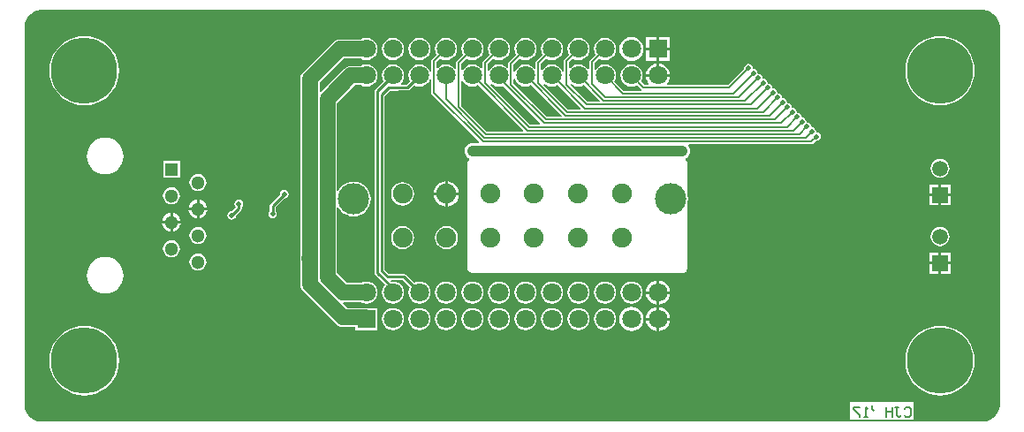
<source format=gbl>
G04 Layer_Physical_Order=2*
G04 Layer_Color=16711680*
%FSLAX25Y25*%
%MOIN*%
G70*
G01*
G75*
%ADD11C,0.01000*%
%ADD12C,0.06000*%
%ADD13C,0.00800*%
%ADD14C,0.00700*%
%ADD15C,0.25000*%
%ADD16C,0.05118*%
%ADD17R,0.05118X0.05118*%
%ADD18C,0.07087*%
%ADD19R,0.07087X0.07087*%
%ADD20C,0.11811*%
%ADD21C,0.07480*%
%ADD22C,0.05905*%
%ADD23R,0.05905X0.05905*%
%ADD24C,0.02000*%
%ADD25C,0.03600*%
%ADD26C,0.04000*%
%ADD27C,0.04000*%
G36*
X179165Y77457D02*
X180412Y76941D01*
X181535Y76190D01*
X182490Y75236D01*
X183240Y74113D01*
X183756Y72865D01*
X184020Y71541D01*
Y70866D01*
Y-70866D01*
Y-71541D01*
X183756Y-72865D01*
X183240Y-74113D01*
X182490Y-75236D01*
X181535Y-76190D01*
X180412Y-76941D01*
X179165Y-77457D01*
X177840Y-77721D01*
X-177840D01*
X-179165Y-77457D01*
X-180412Y-76941D01*
X-181535Y-76190D01*
X-182490Y-75236D01*
X-183240Y-74113D01*
X-183756Y-72865D01*
X-184020Y-71541D01*
Y-70866D01*
Y70866D01*
Y71541D01*
X-183756Y72865D01*
X-183240Y74113D01*
X-182490Y75236D01*
X-181535Y76190D01*
X-180412Y76941D01*
X-179165Y77457D01*
X-177840Y77721D01*
X177840D01*
X179165Y77457D01*
D02*
G37*
%LPC*%
G36*
X45000Y-24797D02*
X43918Y-24940D01*
X42911Y-25357D01*
X42045Y-26021D01*
X41381Y-26887D01*
X40963Y-27895D01*
X40821Y-28976D01*
X40963Y-30058D01*
X41381Y-31066D01*
X42045Y-31931D01*
X42911Y-32596D01*
X43918Y-33013D01*
X45000Y-33155D01*
X46082Y-33013D01*
X47089Y-32596D01*
X47955Y-31931D01*
X48619Y-31066D01*
X49037Y-30058D01*
X49179Y-28976D01*
X49037Y-27895D01*
X48619Y-26887D01*
X47955Y-26021D01*
X47089Y-25357D01*
X46082Y-24940D01*
X45000Y-24797D01*
D02*
G37*
G36*
X35000D02*
X33918Y-24940D01*
X32910Y-25357D01*
X32045Y-26021D01*
X31381Y-26887D01*
X30963Y-27895D01*
X30821Y-28976D01*
X30963Y-30058D01*
X31381Y-31066D01*
X32045Y-31931D01*
X32910Y-32596D01*
X33918Y-33013D01*
X35000Y-33155D01*
X36082Y-33013D01*
X37089Y-32596D01*
X37955Y-31931D01*
X38619Y-31066D01*
X39037Y-30058D01*
X39179Y-28976D01*
X39037Y-27895D01*
X38619Y-26887D01*
X37955Y-26021D01*
X37089Y-25357D01*
X36082Y-24940D01*
X35000Y-24797D01*
D02*
G37*
G36*
X-153543Y-15571D02*
X-154896Y-15705D01*
X-156196Y-16099D01*
X-157395Y-16740D01*
X-158445Y-17602D01*
X-159308Y-18652D01*
X-159948Y-19851D01*
X-160343Y-21151D01*
X-160476Y-22504D01*
X-160343Y-23856D01*
X-159948Y-25157D01*
X-159308Y-26355D01*
X-158445Y-27406D01*
X-157395Y-28268D01*
X-156196Y-28909D01*
X-154896Y-29303D01*
X-153543Y-29436D01*
X-152191Y-29303D01*
X-150890Y-28909D01*
X-149692Y-28268D01*
X-148641Y-27406D01*
X-147779Y-26355D01*
X-147138Y-25157D01*
X-146744Y-23856D01*
X-146611Y-22504D01*
X-146744Y-21151D01*
X-147138Y-19851D01*
X-147779Y-18652D01*
X-148641Y-17602D01*
X-149692Y-16740D01*
X-150890Y-16099D01*
X-152191Y-15705D01*
X-153543Y-15571D01*
D02*
G37*
G36*
X55500Y-24460D02*
Y-28476D01*
X59517D01*
X59426Y-27790D01*
X58969Y-26685D01*
X58240Y-25736D01*
X57291Y-25008D01*
X56186Y-24550D01*
X55500Y-24460D01*
D02*
G37*
G36*
X54500D02*
X53814Y-24550D01*
X52709Y-25008D01*
X51760Y-25736D01*
X51031Y-26685D01*
X50574Y-27790D01*
X50483Y-28476D01*
X54500D01*
Y-24460D01*
D02*
G37*
G36*
X-5000Y-24797D02*
X-6082Y-24940D01*
X-7090Y-25357D01*
X-7955Y-26021D01*
X-8619Y-26887D01*
X-9037Y-27895D01*
X-9179Y-28976D01*
X-9037Y-30058D01*
X-8619Y-31066D01*
X-7955Y-31931D01*
X-7090Y-32596D01*
X-6082Y-33013D01*
X-5000Y-33155D01*
X-3918Y-33013D01*
X-2911Y-32596D01*
X-2045Y-31931D01*
X-1381Y-31066D01*
X-963Y-30058D01*
X-821Y-28976D01*
X-963Y-27895D01*
X-1381Y-26887D01*
X-2045Y-26021D01*
X-2911Y-25357D01*
X-3918Y-24940D01*
X-5000Y-24797D01*
D02*
G37*
G36*
X-15000D02*
X-16082Y-24940D01*
X-17089Y-25357D01*
X-17955Y-26021D01*
X-18619Y-26887D01*
X-19037Y-27895D01*
X-19179Y-28976D01*
X-19037Y-30058D01*
X-18619Y-31066D01*
X-17955Y-31931D01*
X-17089Y-32596D01*
X-16082Y-33013D01*
X-15000Y-33155D01*
X-13918Y-33013D01*
X-12911Y-32596D01*
X-12045Y-31931D01*
X-11381Y-31066D01*
X-10963Y-30058D01*
X-10821Y-28976D01*
X-10963Y-27895D01*
X-11381Y-26887D01*
X-12045Y-26021D01*
X-12911Y-25357D01*
X-13918Y-24940D01*
X-15000Y-24797D01*
D02*
G37*
G36*
X5000D02*
X3918Y-24940D01*
X2911Y-25357D01*
X2045Y-26021D01*
X1381Y-26887D01*
X963Y-27895D01*
X821Y-28976D01*
X963Y-30058D01*
X1381Y-31066D01*
X2045Y-31931D01*
X2911Y-32596D01*
X3918Y-33013D01*
X5000Y-33155D01*
X6082Y-33013D01*
X7090Y-32596D01*
X7955Y-31931D01*
X8619Y-31066D01*
X9037Y-30058D01*
X9179Y-28976D01*
X9037Y-27895D01*
X8619Y-26887D01*
X7955Y-26021D01*
X7090Y-25357D01*
X6082Y-24940D01*
X5000Y-24797D01*
D02*
G37*
G36*
X25000D02*
X23918Y-24940D01*
X22910Y-25357D01*
X22045Y-26021D01*
X21381Y-26887D01*
X20963Y-27895D01*
X20821Y-28976D01*
X20963Y-30058D01*
X21381Y-31066D01*
X22045Y-31931D01*
X22910Y-32596D01*
X23918Y-33013D01*
X25000Y-33155D01*
X26082Y-33013D01*
X27090Y-32596D01*
X27955Y-31931D01*
X28619Y-31066D01*
X29037Y-30058D01*
X29179Y-28976D01*
X29037Y-27895D01*
X28619Y-26887D01*
X27955Y-26021D01*
X27090Y-25357D01*
X26082Y-24940D01*
X25000Y-24797D01*
D02*
G37*
G36*
X15000D02*
X13918Y-24940D01*
X12911Y-25357D01*
X12045Y-26021D01*
X11381Y-26887D01*
X10963Y-27895D01*
X10821Y-28976D01*
X10963Y-30058D01*
X11381Y-31066D01*
X12045Y-31931D01*
X12911Y-32596D01*
X13918Y-33013D01*
X15000Y-33155D01*
X16082Y-33013D01*
X17089Y-32596D01*
X17955Y-31931D01*
X18619Y-31066D01*
X19037Y-30058D01*
X19179Y-28976D01*
X19037Y-27895D01*
X18619Y-26887D01*
X17955Y-26021D01*
X17089Y-25357D01*
X16082Y-24940D01*
X15000Y-24797D01*
D02*
G37*
G36*
X-41339Y-3890D02*
X-42472Y-4039D01*
X-43527Y-4477D01*
X-44434Y-5172D01*
X-45130Y-6079D01*
X-45567Y-7135D01*
X-45716Y-8268D01*
X-45567Y-9401D01*
X-45130Y-10457D01*
X-44434Y-11363D01*
X-43527Y-12059D01*
X-42472Y-12496D01*
X-41339Y-12645D01*
X-40206Y-12496D01*
X-39150Y-12059D01*
X-38243Y-11363D01*
X-37547Y-10457D01*
X-37110Y-9401D01*
X-36961Y-8268D01*
X-37110Y-7135D01*
X-37547Y-6079D01*
X-38243Y-5172D01*
X-39150Y-4477D01*
X-40206Y-4039D01*
X-41339Y-3890D01*
D02*
G37*
G36*
X-128543Y-9318D02*
X-129368Y-9426D01*
X-130137Y-9745D01*
X-130796Y-10251D01*
X-131303Y-10911D01*
X-131621Y-11679D01*
X-131730Y-12504D01*
X-131621Y-13329D01*
X-131303Y-14097D01*
X-130796Y-14757D01*
X-130137Y-15263D01*
X-129368Y-15582D01*
X-128543Y-15690D01*
X-127719Y-15582D01*
X-126950Y-15263D01*
X-126290Y-14757D01*
X-125784Y-14097D01*
X-125466Y-13329D01*
X-125357Y-12504D01*
X-125466Y-11679D01*
X-125784Y-10911D01*
X-126290Y-10251D01*
X-126950Y-9745D01*
X-127719Y-9426D01*
X-128543Y-9318D01*
D02*
G37*
G36*
X-24803Y-3890D02*
X-25936Y-4039D01*
X-26992Y-4477D01*
X-27899Y-5172D01*
X-28594Y-6079D01*
X-29032Y-7135D01*
X-29181Y-8268D01*
X-29032Y-9401D01*
X-28594Y-10457D01*
X-27899Y-11363D01*
X-26992Y-12059D01*
X-25936Y-12496D01*
X-24803Y-12645D01*
X-23670Y-12496D01*
X-22614Y-12059D01*
X-21708Y-11363D01*
X-21012Y-10457D01*
X-20575Y-9401D01*
X-20426Y-8268D01*
X-20575Y-7135D01*
X-21012Y-6079D01*
X-21708Y-5172D01*
X-22614Y-4477D01*
X-23670Y-4039D01*
X-24803Y-3890D01*
D02*
G37*
G36*
X-118543Y-4318D02*
X-119368Y-4426D01*
X-120136Y-4744D01*
X-120796Y-5251D01*
X-121303Y-5911D01*
X-121621Y-6679D01*
X-121730Y-7504D01*
X-121621Y-8329D01*
X-121303Y-9097D01*
X-120796Y-9757D01*
X-120136Y-10263D01*
X-119368Y-10582D01*
X-118543Y-10690D01*
X-117719Y-10582D01*
X-116950Y-10263D01*
X-116290Y-9757D01*
X-115784Y-9097D01*
X-115466Y-8329D01*
X-115357Y-7504D01*
X-115466Y-6679D01*
X-115784Y-5911D01*
X-116290Y-5251D01*
X-116950Y-4744D01*
X-117719Y-4426D01*
X-118543Y-4318D01*
D02*
G37*
G36*
X161417Y-4291D02*
X160490Y-4413D01*
X159626Y-4771D01*
X158884Y-5340D01*
X158314Y-6082D01*
X157956Y-6947D01*
X157834Y-7874D01*
X157956Y-8801D01*
X158314Y-9666D01*
X158884Y-10408D01*
X159626Y-10977D01*
X160490Y-11335D01*
X161417Y-11457D01*
X162345Y-11335D01*
X163209Y-10977D01*
X163951Y-10408D01*
X164521Y-9666D01*
X164879Y-8801D01*
X165001Y-7874D01*
X164879Y-6947D01*
X164521Y-6082D01*
X163951Y-5340D01*
X163209Y-4771D01*
X162345Y-4413D01*
X161417Y-4291D01*
D02*
G37*
G36*
X165370Y-18374D02*
X161917D01*
Y-21827D01*
X165370D01*
Y-18374D01*
D02*
G37*
G36*
X160917D02*
X157465D01*
Y-21827D01*
X160917D01*
Y-18374D01*
D02*
G37*
G36*
X-118543Y-14318D02*
X-119368Y-14426D01*
X-120136Y-14744D01*
X-120796Y-15251D01*
X-121303Y-15911D01*
X-121621Y-16679D01*
X-121730Y-17504D01*
X-121621Y-18329D01*
X-121303Y-19097D01*
X-120796Y-19757D01*
X-120136Y-20263D01*
X-119368Y-20582D01*
X-118543Y-20690D01*
X-117719Y-20582D01*
X-116950Y-20263D01*
X-116290Y-19757D01*
X-115784Y-19097D01*
X-115466Y-18329D01*
X-115357Y-17504D01*
X-115466Y-16679D01*
X-115784Y-15911D01*
X-116290Y-15251D01*
X-116950Y-14744D01*
X-117719Y-14426D01*
X-118543Y-14318D01*
D02*
G37*
G36*
X165370Y-13921D02*
X161917D01*
Y-17374D01*
X165370D01*
Y-13921D01*
D02*
G37*
G36*
X160917D02*
X157465D01*
Y-17374D01*
X160917D01*
Y-13921D01*
D02*
G37*
G36*
X-45000Y-34797D02*
X-46082Y-34940D01*
X-47089Y-35357D01*
X-47955Y-36021D01*
X-48619Y-36887D01*
X-49037Y-37895D01*
X-49179Y-38976D01*
X-49037Y-40058D01*
X-48619Y-41066D01*
X-47955Y-41931D01*
X-47089Y-42595D01*
X-46082Y-43013D01*
X-45000Y-43155D01*
X-43918Y-43013D01*
X-42911Y-42595D01*
X-42045Y-41931D01*
X-41381Y-41066D01*
X-40963Y-40058D01*
X-40821Y-38976D01*
X-40963Y-37895D01*
X-41381Y-36887D01*
X-42045Y-36021D01*
X-42911Y-35357D01*
X-43918Y-34940D01*
X-45000Y-34797D01*
D02*
G37*
G36*
X59517Y-39476D02*
X55500D01*
Y-43493D01*
X56186Y-43403D01*
X57291Y-42945D01*
X58240Y-42217D01*
X58969Y-41268D01*
X59426Y-40162D01*
X59517Y-39476D01*
D02*
G37*
G36*
X-35000Y-34797D02*
X-36082Y-34940D01*
X-37089Y-35357D01*
X-37955Y-36021D01*
X-38619Y-36887D01*
X-39037Y-37895D01*
X-39179Y-38976D01*
X-39037Y-40058D01*
X-38619Y-41066D01*
X-37955Y-41931D01*
X-37089Y-42595D01*
X-36082Y-43013D01*
X-35000Y-43155D01*
X-33918Y-43013D01*
X-32910Y-42595D01*
X-32045Y-41931D01*
X-31381Y-41066D01*
X-30963Y-40058D01*
X-30821Y-38976D01*
X-30963Y-37895D01*
X-31381Y-36887D01*
X-32045Y-36021D01*
X-32910Y-35357D01*
X-33918Y-34940D01*
X-35000Y-34797D01*
D02*
G37*
G36*
X-15000D02*
X-16082Y-34940D01*
X-17089Y-35357D01*
X-17955Y-36021D01*
X-18619Y-36887D01*
X-19037Y-37895D01*
X-19179Y-38976D01*
X-19037Y-40058D01*
X-18619Y-41066D01*
X-17955Y-41931D01*
X-17089Y-42595D01*
X-16082Y-43013D01*
X-15000Y-43155D01*
X-13918Y-43013D01*
X-12911Y-42595D01*
X-12045Y-41931D01*
X-11381Y-41066D01*
X-10963Y-40058D01*
X-10821Y-38976D01*
X-10963Y-37895D01*
X-11381Y-36887D01*
X-12045Y-36021D01*
X-12911Y-35357D01*
X-13918Y-34940D01*
X-15000Y-34797D01*
D02*
G37*
G36*
X-25000D02*
X-26082Y-34940D01*
X-27090Y-35357D01*
X-27955Y-36021D01*
X-28619Y-36887D01*
X-29037Y-37895D01*
X-29179Y-38976D01*
X-29037Y-40058D01*
X-28619Y-41066D01*
X-27955Y-41931D01*
X-27090Y-42595D01*
X-26082Y-43013D01*
X-25000Y-43155D01*
X-23918Y-43013D01*
X-22910Y-42595D01*
X-22045Y-41931D01*
X-21381Y-41066D01*
X-20963Y-40058D01*
X-20821Y-38976D01*
X-20963Y-37895D01*
X-21381Y-36887D01*
X-22045Y-36021D01*
X-22910Y-35357D01*
X-23918Y-34940D01*
X-25000Y-34797D01*
D02*
G37*
G36*
X-161417Y-41584D02*
X-163473Y-41746D01*
X-165478Y-42227D01*
X-167383Y-43016D01*
X-169141Y-44093D01*
X-170709Y-45433D01*
X-172048Y-47001D01*
X-173126Y-48759D01*
X-173915Y-50664D01*
X-174396Y-52669D01*
X-174558Y-54724D01*
X-174396Y-56780D01*
X-173915Y-58785D01*
X-173126Y-60690D01*
X-172048Y-62448D01*
X-170709Y-64016D01*
X-169141Y-65355D01*
X-167383Y-66433D01*
X-165478Y-67222D01*
X-163473Y-67703D01*
X-161417Y-67865D01*
X-159362Y-67703D01*
X-157357Y-67222D01*
X-155452Y-66433D01*
X-153693Y-65355D01*
X-152126Y-64016D01*
X-150786Y-62448D01*
X-149709Y-60690D01*
X-148920Y-58785D01*
X-148439Y-56780D01*
X-148277Y-54724D01*
X-148439Y-52669D01*
X-148920Y-50664D01*
X-149709Y-48759D01*
X-150786Y-47001D01*
X-152126Y-45433D01*
X-153693Y-44093D01*
X-155452Y-43016D01*
X-157357Y-42227D01*
X-159362Y-41746D01*
X-161417Y-41584D01*
D02*
G37*
G36*
X151584Y-70414D02*
X127408D01*
Y-77096D01*
X151584D01*
Y-70414D01*
D02*
G37*
G36*
X161417Y-41584D02*
X159362Y-41746D01*
X157357Y-42227D01*
X155452Y-43016D01*
X153693Y-44093D01*
X152126Y-45433D01*
X150786Y-47001D01*
X149709Y-48759D01*
X148920Y-50664D01*
X148439Y-52669D01*
X148277Y-54724D01*
X148439Y-56780D01*
X148920Y-58785D01*
X149709Y-60690D01*
X150786Y-62448D01*
X152126Y-64016D01*
X153693Y-65355D01*
X155452Y-66433D01*
X157357Y-67222D01*
X159362Y-67703D01*
X161417Y-67865D01*
X163473Y-67703D01*
X165478Y-67222D01*
X167383Y-66433D01*
X169141Y-65355D01*
X170709Y-64016D01*
X172048Y-62448D01*
X173126Y-60690D01*
X173915Y-58785D01*
X174396Y-56780D01*
X174558Y-54724D01*
X174396Y-52669D01*
X173915Y-50664D01*
X173126Y-48759D01*
X172048Y-47001D01*
X170709Y-45433D01*
X169141Y-44093D01*
X167383Y-43016D01*
X165478Y-42227D01*
X163473Y-41746D01*
X161417Y-41584D01*
D02*
G37*
G36*
X54500Y-39476D02*
X50483D01*
X50574Y-40162D01*
X51031Y-41268D01*
X51760Y-42217D01*
X52709Y-42945D01*
X53814Y-43403D01*
X54500Y-43493D01*
Y-39476D01*
D02*
G37*
G36*
X45000Y-34394D02*
X43814Y-34550D01*
X42709Y-35008D01*
X41760Y-35736D01*
X41031Y-36685D01*
X40574Y-37790D01*
X40418Y-38976D01*
X40574Y-40162D01*
X41031Y-41268D01*
X41760Y-42217D01*
X42709Y-42945D01*
X43814Y-43403D01*
X45000Y-43559D01*
X46186Y-43403D01*
X47291Y-42945D01*
X48240Y-42217D01*
X48969Y-41268D01*
X49426Y-40162D01*
X49582Y-38976D01*
X49426Y-37790D01*
X48969Y-36685D01*
X48240Y-35736D01*
X47291Y-35008D01*
X46186Y-34550D01*
X45000Y-34394D01*
D02*
G37*
G36*
X55500Y-34460D02*
Y-38476D01*
X59517D01*
X59426Y-37790D01*
X58969Y-36685D01*
X58240Y-35736D01*
X57291Y-35008D01*
X56186Y-34550D01*
X55500Y-34460D01*
D02*
G37*
G36*
X54500D02*
X53814Y-34550D01*
X52709Y-35008D01*
X51760Y-35736D01*
X51031Y-36685D01*
X50574Y-37790D01*
X50483Y-38476D01*
X54500D01*
Y-34460D01*
D02*
G37*
G36*
Y-29476D02*
X50483D01*
X50574Y-30162D01*
X51031Y-31268D01*
X51760Y-32217D01*
X52709Y-32945D01*
X53814Y-33403D01*
X54500Y-33493D01*
Y-29476D01*
D02*
G37*
G36*
X-25000Y-24797D02*
X-26082Y-24940D01*
X-27090Y-25357D01*
X-27955Y-26021D01*
X-28619Y-26887D01*
X-29037Y-27895D01*
X-29179Y-28976D01*
X-29037Y-30058D01*
X-28619Y-31066D01*
X-27955Y-31931D01*
X-27090Y-32596D01*
X-26082Y-33013D01*
X-25000Y-33155D01*
X-23918Y-33013D01*
X-22910Y-32596D01*
X-22045Y-31931D01*
X-21381Y-31066D01*
X-20963Y-30058D01*
X-20821Y-28976D01*
X-20963Y-27895D01*
X-21381Y-26887D01*
X-22045Y-26021D01*
X-22910Y-25357D01*
X-23918Y-24940D01*
X-25000Y-24797D01*
D02*
G37*
G36*
X59517Y-29476D02*
X55500D01*
Y-33493D01*
X56186Y-33403D01*
X57291Y-32945D01*
X58240Y-32217D01*
X58969Y-31268D01*
X59426Y-30162D01*
X59517Y-29476D01*
D02*
G37*
G36*
X5000Y-34797D02*
X3918Y-34940D01*
X2911Y-35357D01*
X2045Y-36021D01*
X1381Y-36887D01*
X963Y-37895D01*
X821Y-38976D01*
X963Y-40058D01*
X1381Y-41066D01*
X2045Y-41931D01*
X2911Y-42595D01*
X3918Y-43013D01*
X5000Y-43155D01*
X6082Y-43013D01*
X7090Y-42595D01*
X7955Y-41931D01*
X8619Y-41066D01*
X9037Y-40058D01*
X9179Y-38976D01*
X9037Y-37895D01*
X8619Y-36887D01*
X7955Y-36021D01*
X7090Y-35357D01*
X6082Y-34940D01*
X5000Y-34797D01*
D02*
G37*
G36*
X-5000D02*
X-6082Y-34940D01*
X-7090Y-35357D01*
X-7955Y-36021D01*
X-8619Y-36887D01*
X-9037Y-37895D01*
X-9179Y-38976D01*
X-9037Y-40058D01*
X-8619Y-41066D01*
X-7955Y-41931D01*
X-7090Y-42595D01*
X-6082Y-43013D01*
X-5000Y-43155D01*
X-3918Y-43013D01*
X-2911Y-42595D01*
X-2045Y-41931D01*
X-1381Y-41066D01*
X-963Y-40058D01*
X-821Y-38976D01*
X-963Y-37895D01*
X-1381Y-36887D01*
X-2045Y-36021D01*
X-2911Y-35357D01*
X-3918Y-34940D01*
X-5000Y-34797D01*
D02*
G37*
G36*
X15000D02*
X13918Y-34940D01*
X12911Y-35357D01*
X12045Y-36021D01*
X11381Y-36887D01*
X10963Y-37895D01*
X10821Y-38976D01*
X10963Y-40058D01*
X11381Y-41066D01*
X12045Y-41931D01*
X12911Y-42595D01*
X13918Y-43013D01*
X15000Y-43155D01*
X16082Y-43013D01*
X17089Y-42595D01*
X17955Y-41931D01*
X18619Y-41066D01*
X19037Y-40058D01*
X19179Y-38976D01*
X19037Y-37895D01*
X18619Y-36887D01*
X17955Y-36021D01*
X17089Y-35357D01*
X16082Y-34940D01*
X15000Y-34797D01*
D02*
G37*
G36*
X35000D02*
X33918Y-34940D01*
X32910Y-35357D01*
X32045Y-36021D01*
X31381Y-36887D01*
X30963Y-37895D01*
X30821Y-38976D01*
X30963Y-40058D01*
X31381Y-41066D01*
X32045Y-41931D01*
X32910Y-42595D01*
X33918Y-43013D01*
X35000Y-43155D01*
X36082Y-43013D01*
X37089Y-42595D01*
X37955Y-41931D01*
X38619Y-41066D01*
X39037Y-40058D01*
X39179Y-38976D01*
X39037Y-37895D01*
X38619Y-36887D01*
X37955Y-36021D01*
X37089Y-35357D01*
X36082Y-34940D01*
X35000Y-34797D01*
D02*
G37*
G36*
X25000D02*
X23918Y-34940D01*
X22910Y-35357D01*
X22045Y-36021D01*
X21381Y-36887D01*
X20963Y-37895D01*
X20821Y-38976D01*
X20963Y-40058D01*
X21381Y-41066D01*
X22045Y-41931D01*
X22910Y-42595D01*
X23918Y-43013D01*
X25000Y-43155D01*
X26082Y-43013D01*
X27090Y-42595D01*
X27955Y-41931D01*
X28619Y-41066D01*
X29037Y-40058D01*
X29179Y-38976D01*
X29037Y-37895D01*
X28619Y-36887D01*
X27955Y-36021D01*
X27090Y-35357D01*
X26082Y-34940D01*
X25000Y-34797D01*
D02*
G37*
G36*
X-125019Y-3004D02*
X-128043D01*
Y-6028D01*
X-127614Y-5971D01*
X-126748Y-5613D01*
X-126005Y-5042D01*
X-125435Y-4299D01*
X-125076Y-3433D01*
X-125019Y-3004D01*
D02*
G37*
G36*
X161417Y67865D02*
X159362Y67703D01*
X157357Y67222D01*
X155452Y66433D01*
X153693Y65355D01*
X152126Y64016D01*
X150786Y62448D01*
X149709Y60690D01*
X148920Y58785D01*
X148439Y56780D01*
X148277Y54724D01*
X148439Y52669D01*
X148920Y50664D01*
X149709Y48759D01*
X150786Y47001D01*
X152126Y45433D01*
X153693Y44093D01*
X155452Y43016D01*
X157357Y42227D01*
X159362Y41746D01*
X161417Y41584D01*
X163473Y41746D01*
X165478Y42227D01*
X167383Y43016D01*
X169141Y44093D01*
X170709Y45433D01*
X172048Y47001D01*
X173126Y48759D01*
X173915Y50664D01*
X174396Y52669D01*
X174558Y54724D01*
X174396Y56780D01*
X173915Y58785D01*
X173126Y60690D01*
X172048Y62448D01*
X170709Y64016D01*
X169141Y65355D01*
X167383Y66433D01*
X165478Y67222D01*
X163473Y67703D01*
X161417Y67865D01*
D02*
G37*
G36*
X-161417D02*
X-163473Y67703D01*
X-165478Y67222D01*
X-167383Y66433D01*
X-169141Y65355D01*
X-170709Y64016D01*
X-172048Y62448D01*
X-173126Y60690D01*
X-173915Y58785D01*
X-174396Y56780D01*
X-174558Y54724D01*
X-174396Y52669D01*
X-173915Y50664D01*
X-173126Y48759D01*
X-172048Y47001D01*
X-170709Y45433D01*
X-169141Y44093D01*
X-167383Y43016D01*
X-165478Y42227D01*
X-163473Y41746D01*
X-161417Y41584D01*
X-159362Y41746D01*
X-157357Y42227D01*
X-155452Y43016D01*
X-153693Y44093D01*
X-152126Y45433D01*
X-150786Y47001D01*
X-149709Y48759D01*
X-148920Y50664D01*
X-148439Y52669D01*
X-148277Y54724D01*
X-148439Y56780D01*
X-148920Y58785D01*
X-149709Y60690D01*
X-150786Y62448D01*
X-152126Y64016D01*
X-153693Y65355D01*
X-155452Y66433D01*
X-157357Y67222D01*
X-159362Y67703D01*
X-161417Y67865D01*
D02*
G37*
G36*
X55500Y57430D02*
Y53413D01*
X59517D01*
X59426Y54099D01*
X58969Y55205D01*
X58240Y56154D01*
X57291Y56882D01*
X56186Y57340D01*
X55500Y57430D01*
D02*
G37*
G36*
X54500D02*
X53814Y57340D01*
X52709Y56882D01*
X51760Y56154D01*
X51031Y55205D01*
X50574Y54099D01*
X50483Y53413D01*
X54500D01*
Y57430D01*
D02*
G37*
G36*
X-153543Y29436D02*
X-154896Y29303D01*
X-156196Y28909D01*
X-157395Y28268D01*
X-158445Y27406D01*
X-159308Y26355D01*
X-159948Y25157D01*
X-160343Y23856D01*
X-160476Y22504D01*
X-160343Y21151D01*
X-159948Y19851D01*
X-159308Y18652D01*
X-158445Y17602D01*
X-157395Y16740D01*
X-156196Y16099D01*
X-154896Y15705D01*
X-153543Y15571D01*
X-152191Y15705D01*
X-150890Y16099D01*
X-149692Y16740D01*
X-148641Y17602D01*
X-147779Y18652D01*
X-147138Y19851D01*
X-146744Y21151D01*
X-146611Y22504D01*
X-146744Y23856D01*
X-147138Y25157D01*
X-147779Y26355D01*
X-148641Y27406D01*
X-149692Y28268D01*
X-150890Y28909D01*
X-152191Y29303D01*
X-153543Y29436D01*
D02*
G37*
G36*
X-118543Y15682D02*
X-119368Y15574D01*
X-120136Y15256D01*
X-120796Y14749D01*
X-121303Y14089D01*
X-121621Y13321D01*
X-121730Y12496D01*
X-121621Y11671D01*
X-121303Y10903D01*
X-120796Y10243D01*
X-120136Y9737D01*
X-119368Y9418D01*
X-118543Y9310D01*
X-117719Y9418D01*
X-116950Y9737D01*
X-116290Y10243D01*
X-115784Y10903D01*
X-115466Y11671D01*
X-115357Y12496D01*
X-115466Y13321D01*
X-115784Y14089D01*
X-116290Y14749D01*
X-116950Y15256D01*
X-117719Y15574D01*
X-118543Y15682D01*
D02*
G37*
G36*
X-24303Y12983D02*
Y8768D01*
X-20088D01*
X-20185Y9505D01*
X-20663Y10658D01*
X-21422Y11648D01*
X-22413Y12408D01*
X-23566Y12886D01*
X-24303Y12983D01*
D02*
G37*
G36*
X-125384Y20655D02*
X-131702D01*
Y14337D01*
X-125384D01*
Y20655D01*
D02*
G37*
G36*
X161417Y21457D02*
X160490Y21335D01*
X159626Y20977D01*
X158884Y20408D01*
X158314Y19666D01*
X157956Y18801D01*
X157834Y17874D01*
X157956Y16947D01*
X158314Y16082D01*
X158884Y15340D01*
X159626Y14771D01*
X160490Y14413D01*
X161417Y14291D01*
X162345Y14413D01*
X163209Y14771D01*
X163951Y15340D01*
X164521Y16082D01*
X164879Y16947D01*
X165001Y17874D01*
X164879Y18801D01*
X164521Y19666D01*
X163951Y20408D01*
X163209Y20977D01*
X162345Y21335D01*
X161417Y21457D01*
D02*
G37*
G36*
X35000Y67092D02*
X33918Y66950D01*
X32910Y66533D01*
X32045Y65868D01*
X31381Y65003D01*
X30963Y63995D01*
X30821Y62913D01*
X30963Y61832D01*
X31381Y60824D01*
X31419Y60774D01*
X29285Y58640D01*
X29063Y58309D01*
X28986Y57919D01*
Y55346D01*
X28486Y55177D01*
X27955Y55868D01*
X27090Y56533D01*
X26082Y56950D01*
X25000Y57092D01*
X23918Y56950D01*
X22910Y56533D01*
X22045Y55868D01*
X21908Y55690D01*
X21434Y55850D01*
Y57906D01*
X22861Y59332D01*
X22910Y59294D01*
X23918Y58877D01*
X25000Y58734D01*
X26082Y58877D01*
X27090Y59294D01*
X27955Y59958D01*
X28619Y60824D01*
X29037Y61832D01*
X29179Y62913D01*
X29037Y63995D01*
X28619Y65003D01*
X27955Y65868D01*
X27090Y66533D01*
X26082Y66950D01*
X25000Y67092D01*
X23918Y66950D01*
X22910Y66533D01*
X22045Y65868D01*
X21381Y65003D01*
X20963Y63995D01*
X20821Y62913D01*
X20963Y61832D01*
X21381Y60824D01*
X21419Y60774D01*
X19694Y59049D01*
X19473Y58718D01*
X19395Y58328D01*
Y54436D01*
X18895Y54337D01*
X18619Y55003D01*
X17955Y55868D01*
X17089Y56533D01*
X16082Y56950D01*
X15000Y57092D01*
X13918Y56950D01*
X12911Y56533D01*
X12045Y55868D01*
X11381Y55003D01*
X11316Y54846D01*
X10816Y54946D01*
Y57287D01*
X12861Y59332D01*
X12911Y59294D01*
X13918Y58877D01*
X15000Y58734D01*
X16082Y58877D01*
X17089Y59294D01*
X17955Y59958D01*
X18619Y60824D01*
X19037Y61832D01*
X19179Y62913D01*
X19037Y63995D01*
X18619Y65003D01*
X17955Y65868D01*
X17089Y66533D01*
X16082Y66950D01*
X15000Y67092D01*
X13918Y66950D01*
X12911Y66533D01*
X12045Y65868D01*
X11381Y65003D01*
X10963Y63995D01*
X10821Y62913D01*
X10963Y61832D01*
X11381Y60824D01*
X11419Y60774D01*
X9075Y58431D01*
X8854Y58100D01*
X8777Y57710D01*
Y55619D01*
X8277Y55449D01*
X7955Y55868D01*
X7090Y56533D01*
X6082Y56950D01*
X5000Y57092D01*
X3918Y56950D01*
X2911Y56533D01*
X2045Y55868D01*
X1381Y55003D01*
X1063Y54235D01*
X563Y54335D01*
Y57034D01*
X2861Y59332D01*
X2911Y59294D01*
X3918Y58877D01*
X5000Y58734D01*
X6082Y58877D01*
X7090Y59294D01*
X7955Y59958D01*
X8619Y60824D01*
X9037Y61832D01*
X9179Y62913D01*
X9037Y63995D01*
X8619Y65003D01*
X7955Y65868D01*
X7090Y66533D01*
X6082Y66950D01*
X5000Y67092D01*
X3918Y66950D01*
X2911Y66533D01*
X2045Y65868D01*
X1381Y65003D01*
X963Y63995D01*
X821Y62913D01*
X963Y61832D01*
X1381Y60824D01*
X1419Y60774D01*
X-1178Y58178D01*
X-1399Y57847D01*
X-1476Y57457D01*
Y55905D01*
X-1950Y55744D01*
X-2045Y55868D01*
X-2911Y56533D01*
X-3918Y56950D01*
X-5000Y57092D01*
X-6082Y56950D01*
X-7090Y56533D01*
X-7955Y55868D01*
X-8619Y55003D01*
X-8732Y54731D01*
X-9232Y54830D01*
Y57240D01*
X-7139Y59332D01*
X-7090Y59294D01*
X-6082Y58877D01*
X-5000Y58734D01*
X-3918Y58877D01*
X-2911Y59294D01*
X-2045Y59958D01*
X-1381Y60824D01*
X-963Y61832D01*
X-821Y62913D01*
X-963Y63995D01*
X-1381Y65003D01*
X-2045Y65868D01*
X-2911Y66533D01*
X-3918Y66950D01*
X-5000Y67092D01*
X-6082Y66950D01*
X-7090Y66533D01*
X-7955Y65868D01*
X-8619Y65003D01*
X-9037Y63995D01*
X-9179Y62913D01*
X-9037Y61832D01*
X-8619Y60824D01*
X-8581Y60774D01*
X-10972Y58383D01*
X-11193Y58052D01*
X-11271Y57662D01*
Y55681D01*
X-11771Y55511D01*
X-12045Y55868D01*
X-12911Y56533D01*
X-13918Y56950D01*
X-15000Y57092D01*
X-16082Y56950D01*
X-17089Y56533D01*
X-17955Y55868D01*
X-18619Y55003D01*
X-18622Y54997D01*
X-19122Y55097D01*
Y57350D01*
X-17139Y59332D01*
X-17089Y59294D01*
X-16082Y58877D01*
X-15000Y58734D01*
X-13918Y58877D01*
X-12911Y59294D01*
X-12045Y59958D01*
X-11381Y60824D01*
X-10963Y61832D01*
X-10821Y62913D01*
X-10963Y63995D01*
X-11381Y65003D01*
X-12045Y65868D01*
X-12911Y66533D01*
X-13918Y66950D01*
X-15000Y67092D01*
X-16082Y66950D01*
X-17089Y66533D01*
X-17955Y65868D01*
X-18619Y65003D01*
X-19037Y63995D01*
X-19179Y62913D01*
X-19037Y61832D01*
X-18619Y60824D01*
X-18581Y60774D01*
X-20862Y58493D01*
X-21083Y58162D01*
X-21161Y57772D01*
Y55537D01*
X-21661Y55368D01*
X-22045Y55868D01*
X-22910Y56533D01*
X-23918Y56950D01*
X-25000Y57092D01*
X-26082Y56950D01*
X-27090Y56533D01*
X-27955Y55868D01*
X-28102Y55677D01*
X-28575Y55838D01*
Y57897D01*
X-27139Y59332D01*
X-27090Y59294D01*
X-26082Y58877D01*
X-25000Y58734D01*
X-23918Y58877D01*
X-22910Y59294D01*
X-22045Y59958D01*
X-21381Y60824D01*
X-20963Y61832D01*
X-20821Y62913D01*
X-20963Y63995D01*
X-21381Y65003D01*
X-22045Y65868D01*
X-22910Y66533D01*
X-23918Y66950D01*
X-25000Y67092D01*
X-26082Y66950D01*
X-27090Y66533D01*
X-27955Y65868D01*
X-28619Y65003D01*
X-29037Y63995D01*
X-29179Y62913D01*
X-29037Y61832D01*
X-28619Y60824D01*
X-28581Y60774D01*
X-30316Y59040D01*
X-30537Y58709D01*
X-30614Y58319D01*
Y54459D01*
X-31114Y54359D01*
X-31381Y55003D01*
X-32045Y55868D01*
X-32910Y56533D01*
X-33918Y56950D01*
X-35000Y57092D01*
X-36082Y56950D01*
X-37089Y56533D01*
X-37955Y55868D01*
X-38619Y55003D01*
X-39037Y53995D01*
X-39179Y52913D01*
X-39037Y51832D01*
X-38636Y50864D01*
X-40028Y49471D01*
X-41902D01*
X-42009Y49786D01*
X-42035Y49971D01*
X-41381Y50824D01*
X-40963Y51832D01*
X-40821Y52913D01*
X-40963Y53995D01*
X-41381Y55003D01*
X-42045Y55868D01*
X-42911Y56533D01*
X-43918Y56950D01*
X-45000Y57092D01*
X-46082Y56950D01*
X-47089Y56533D01*
X-47955Y55868D01*
X-48619Y55003D01*
X-49037Y53995D01*
X-49179Y52913D01*
X-49037Y51832D01*
X-48636Y50864D01*
X-51617Y47882D01*
X-51860Y47518D01*
X-51946Y47089D01*
X-51946Y47089D01*
Y-21592D01*
X-51946Y-21592D01*
X-51860Y-22021D01*
X-51617Y-22385D01*
X-47966Y-26036D01*
X-48619Y-26887D01*
X-49037Y-27895D01*
X-49179Y-28976D01*
X-49037Y-30058D01*
X-48619Y-31066D01*
X-47955Y-31931D01*
X-47089Y-32596D01*
X-46082Y-33013D01*
X-45000Y-33155D01*
X-43918Y-33013D01*
X-42911Y-32596D01*
X-42045Y-31931D01*
X-41381Y-31066D01*
X-40963Y-30058D01*
X-40821Y-28976D01*
X-40963Y-27895D01*
X-41381Y-26887D01*
X-42045Y-26021D01*
X-42911Y-25357D01*
X-43918Y-24940D01*
X-45000Y-24797D01*
X-45719Y-24892D01*
X-45872Y-24713D01*
X-45642Y-24213D01*
X-41350D01*
X-38636Y-26927D01*
X-39037Y-27895D01*
X-39179Y-28976D01*
X-39037Y-30058D01*
X-38619Y-31066D01*
X-37955Y-31931D01*
X-37089Y-32596D01*
X-36082Y-33013D01*
X-35000Y-33155D01*
X-33918Y-33013D01*
X-32910Y-32596D01*
X-32045Y-31931D01*
X-31381Y-31066D01*
X-30963Y-30058D01*
X-30821Y-28976D01*
X-30963Y-27895D01*
X-31381Y-26887D01*
X-32045Y-26021D01*
X-32910Y-25357D01*
X-33918Y-24940D01*
X-35000Y-24797D01*
X-36082Y-24940D01*
X-37050Y-25341D01*
X-40092Y-22298D01*
X-40456Y-22055D01*
X-40885Y-21970D01*
X-40885Y-21970D01*
X-46572D01*
X-48103Y-20439D01*
Y45111D01*
X-46066Y47148D01*
X-43077D01*
X-43077Y47148D01*
X-42677Y47228D01*
X-39564D01*
X-39564Y47228D01*
X-39135Y47313D01*
X-38771Y47556D01*
X-37050Y49278D01*
X-36082Y48877D01*
X-35000Y48734D01*
X-33918Y48877D01*
X-32910Y49294D01*
X-32045Y49958D01*
X-31381Y50824D01*
X-31114Y51468D01*
X-30614Y51368D01*
Y46527D01*
X-30537Y46137D01*
X-30316Y45807D01*
X-12406Y27897D01*
X-12598Y27435D01*
X-14921D01*
X-15704Y27332D01*
X-16434Y27030D01*
X-17061Y26549D01*
X-17542Y25922D01*
X-17844Y25193D01*
X-17947Y24409D01*
X-17844Y23626D01*
X-17542Y22896D01*
X-17061Y22270D01*
X-16434Y21789D01*
X-16314Y21739D01*
X-16228Y21162D01*
X-16589Y20801D01*
X-16889Y20077D01*
Y19686D01*
Y-19686D01*
Y-20077D01*
X-16589Y-20801D01*
X-16036Y-21354D01*
X-15313Y-21654D01*
X64565D01*
X65288Y-21354D01*
X65842Y-20800D01*
X66142Y-20077D01*
Y-19685D01*
Y4654D01*
X66254Y5024D01*
X66379Y6299D01*
X66254Y7575D01*
X66142Y7944D01*
Y20077D01*
X65842Y20800D01*
X65480Y21162D01*
X65566Y21739D01*
X65686Y21789D01*
X66313Y22270D01*
X66794Y22896D01*
X67096Y23626D01*
X67199Y24409D01*
X67096Y25193D01*
X66794Y25922D01*
X66422Y26407D01*
X66617Y26907D01*
X112915D01*
X113305Y26984D01*
X113636Y27206D01*
X114719Y28288D01*
X114877Y28257D01*
X115501Y28381D01*
X116030Y28735D01*
X116384Y29264D01*
X116508Y29888D01*
X116384Y30512D01*
X116030Y31042D01*
X115501Y31395D01*
X114877Y31519D01*
X114670Y31727D01*
X114546Y32351D01*
X114192Y32880D01*
X113663Y33234D01*
X113290Y33308D01*
X112831Y33565D01*
X112707Y34189D01*
X112354Y34719D01*
X111824Y35072D01*
X111451Y35146D01*
X110993Y35404D01*
X110869Y36028D01*
X110515Y36557D01*
X109986Y36911D01*
X109613Y36985D01*
X109154Y37242D01*
X109030Y37866D01*
X108677Y38396D01*
X108147Y38749D01*
X107774Y38823D01*
X107316Y39081D01*
X107192Y39705D01*
X106838Y40234D01*
X106309Y40588D01*
X105936Y40662D01*
X105477Y40919D01*
X105353Y41543D01*
X105000Y42072D01*
X104470Y42426D01*
X104097Y42500D01*
X103639Y42757D01*
X103515Y43382D01*
X103161Y43911D01*
X102632Y44265D01*
X102008Y44389D01*
X101800Y44596D01*
X101676Y45220D01*
X101323Y45750D01*
X100793Y46103D01*
X100421Y46177D01*
X99962Y46434D01*
X99838Y47059D01*
X99484Y47588D01*
X98955Y47942D01*
X98582Y48016D01*
X98124Y48273D01*
X97999Y48897D01*
X97646Y49426D01*
X97116Y49780D01*
X96744Y49854D01*
X96285Y50111D01*
X96161Y50736D01*
X95807Y51265D01*
X95278Y51619D01*
X94905Y51693D01*
X94446Y51950D01*
X94322Y52574D01*
X93969Y53103D01*
X93439Y53457D01*
X93067Y53531D01*
X92608Y53788D01*
X92484Y54413D01*
X92130Y54942D01*
X91601Y55295D01*
X91228Y55370D01*
X90769Y55627D01*
X90645Y56251D01*
X90292Y56780D01*
X89763Y57134D01*
X89138Y57258D01*
X88514Y57134D01*
X87985Y56780D01*
X87631Y56251D01*
X87507Y55627D01*
X87538Y55469D01*
X81459Y49390D01*
X58653D01*
X58407Y49890D01*
X58969Y50622D01*
X59426Y51727D01*
X59517Y52413D01*
X55000D01*
X50483D01*
X50574Y51727D01*
X51031Y50622D01*
X51594Y49890D01*
X51347Y49390D01*
X49966D01*
X48581Y50774D01*
X48619Y50824D01*
X49037Y51832D01*
X49179Y52913D01*
X49037Y53995D01*
X48619Y55003D01*
X47955Y55868D01*
X47089Y56533D01*
X46082Y56950D01*
X45000Y57092D01*
X43918Y56950D01*
X42911Y56533D01*
X42045Y55868D01*
X41381Y55003D01*
X40963Y53995D01*
X40821Y52913D01*
X40963Y51832D01*
X41381Y50824D01*
X42045Y49958D01*
X42911Y49294D01*
X43918Y48877D01*
X45000Y48734D01*
X46082Y48877D01*
X47089Y49294D01*
X47139Y49332D01*
X48822Y47649D01*
X48827Y47646D01*
X48675Y47146D01*
X42209D01*
X38581Y50774D01*
X38619Y50824D01*
X39037Y51832D01*
X39179Y52913D01*
X39037Y53995D01*
X38619Y55003D01*
X37955Y55868D01*
X37089Y56533D01*
X36082Y56950D01*
X35000Y57092D01*
X33918Y56950D01*
X32910Y56533D01*
X32045Y55868D01*
X31525Y55191D01*
X31025Y55361D01*
Y57497D01*
X32861Y59332D01*
X32910Y59294D01*
X33918Y58877D01*
X35000Y58734D01*
X36082Y58877D01*
X37089Y59294D01*
X37955Y59958D01*
X38619Y60824D01*
X39037Y61832D01*
X39179Y62913D01*
X39037Y63995D01*
X38619Y65003D01*
X37955Y65868D01*
X37089Y66533D01*
X36082Y66950D01*
X35000Y67092D01*
D02*
G37*
G36*
X-35000D02*
X-36082Y66950D01*
X-37089Y66533D01*
X-37955Y65868D01*
X-38619Y65003D01*
X-39037Y63995D01*
X-39179Y62913D01*
X-39037Y61832D01*
X-38619Y60824D01*
X-37955Y59958D01*
X-37089Y59294D01*
X-36082Y58877D01*
X-35000Y58734D01*
X-33918Y58877D01*
X-32910Y59294D01*
X-32045Y59958D01*
X-31381Y60824D01*
X-30963Y61832D01*
X-30821Y62913D01*
X-30963Y63995D01*
X-31381Y65003D01*
X-32045Y65868D01*
X-32910Y66533D01*
X-33918Y66950D01*
X-35000Y67092D01*
D02*
G37*
G36*
X59543Y67457D02*
X55500D01*
Y63413D01*
X59543D01*
Y67457D01*
D02*
G37*
G36*
X54500D02*
X50457D01*
Y63413D01*
X54500D01*
Y67457D01*
D02*
G37*
G36*
X-45000Y67092D02*
X-46082Y66950D01*
X-47089Y66533D01*
X-47955Y65868D01*
X-48619Y65003D01*
X-49037Y63995D01*
X-49179Y62913D01*
X-49037Y61832D01*
X-48619Y60824D01*
X-47955Y59958D01*
X-47089Y59294D01*
X-46082Y58877D01*
X-45000Y58734D01*
X-43918Y58877D01*
X-42911Y59294D01*
X-42045Y59958D01*
X-41381Y60824D01*
X-40963Y61832D01*
X-40821Y62913D01*
X-40963Y63995D01*
X-41381Y65003D01*
X-42045Y65868D01*
X-42911Y66533D01*
X-43918Y66950D01*
X-45000Y67092D01*
D02*
G37*
G36*
X54500Y62413D02*
X50457D01*
Y58370D01*
X54500D01*
Y62413D01*
D02*
G37*
G36*
X45000Y67496D02*
X43814Y67340D01*
X42709Y66882D01*
X41760Y66154D01*
X41031Y65205D01*
X40574Y64099D01*
X40418Y62913D01*
X40574Y61727D01*
X41031Y60622D01*
X41760Y59673D01*
X42709Y58945D01*
X43814Y58487D01*
X45000Y58331D01*
X46186Y58487D01*
X47291Y58945D01*
X48240Y59673D01*
X48969Y60622D01*
X49426Y61727D01*
X49582Y62913D01*
X49426Y64099D01*
X48969Y65205D01*
X48240Y66154D01*
X47291Y66882D01*
X46186Y67340D01*
X45000Y67496D01*
D02*
G37*
G36*
X-55000Y67092D02*
X-56082Y66950D01*
X-57061Y66544D01*
X-64953D01*
X-65892Y66421D01*
X-66768Y66058D01*
X-67520Y65481D01*
X-78865Y54136D01*
X-79442Y53384D01*
X-79805Y52509D01*
X-79928Y51569D01*
Y-15082D01*
X-80043Y-15952D01*
Y-16357D01*
X-79928Y-17227D01*
Y-25870D01*
X-79805Y-26810D01*
X-79442Y-27686D01*
X-78865Y-28438D01*
X-66304Y-40998D01*
X-66304Y-40998D01*
X-65552Y-41575D01*
X-64677Y-41938D01*
X-63737Y-42062D01*
X-59143D01*
Y-43120D01*
X-50857D01*
Y-34833D01*
X-55291D01*
X-55546Y-34800D01*
X-62233D01*
X-63973Y-33060D01*
X-63718Y-32607D01*
X-57061D01*
X-56082Y-33013D01*
X-55000Y-33155D01*
X-53918Y-33013D01*
X-52911Y-32596D01*
X-52045Y-31931D01*
X-51381Y-31066D01*
X-50963Y-30058D01*
X-50821Y-28976D01*
X-50963Y-27895D01*
X-51381Y-26887D01*
X-52045Y-26021D01*
X-52911Y-25357D01*
X-53918Y-24940D01*
X-55000Y-24797D01*
X-56082Y-24940D01*
X-57061Y-25345D01*
X-62353D01*
X-66066Y-21632D01*
Y3082D01*
X-65566Y3207D01*
X-65278Y2667D01*
X-64465Y1677D01*
X-63474Y864D01*
X-62344Y260D01*
X-61118Y-112D01*
X-59842Y-238D01*
X-58567Y-112D01*
X-57341Y260D01*
X-56211Y864D01*
X-55220Y1677D01*
X-54407Y2667D01*
X-53803Y3798D01*
X-53431Y5024D01*
X-53306Y6299D01*
X-53431Y7575D01*
X-53803Y8801D01*
X-54407Y9931D01*
X-55220Y10922D01*
X-56211Y11734D01*
X-57341Y12339D01*
X-58567Y12711D01*
X-59842Y12836D01*
X-61118Y12711D01*
X-62344Y12339D01*
X-63474Y11734D01*
X-64465Y10922D01*
X-65278Y9931D01*
X-65566Y9391D01*
X-66066Y9517D01*
Y42471D01*
X-59255Y49282D01*
X-57061D01*
X-56082Y48877D01*
X-55000Y48734D01*
X-53918Y48877D01*
X-52911Y49294D01*
X-52045Y49958D01*
X-51381Y50824D01*
X-50963Y51832D01*
X-50821Y52913D01*
X-50963Y53995D01*
X-51381Y55003D01*
X-52045Y55868D01*
X-52911Y56533D01*
X-53918Y56950D01*
X-55000Y57092D01*
X-56082Y56950D01*
X-57061Y56544D01*
X-60759D01*
X-61699Y56421D01*
X-62574Y56058D01*
X-63327Y55481D01*
X-72166Y46641D01*
X-72666Y46781D01*
Y50065D01*
X-63449Y59282D01*
X-57061D01*
X-56082Y58877D01*
X-55000Y58734D01*
X-53918Y58877D01*
X-52911Y59294D01*
X-52045Y59958D01*
X-51381Y60824D01*
X-50963Y61832D01*
X-50821Y62913D01*
X-50963Y63995D01*
X-51381Y65003D01*
X-52045Y65868D01*
X-52911Y66533D01*
X-53918Y66950D01*
X-55000Y67092D01*
D02*
G37*
G36*
X59543Y62413D02*
X55500D01*
Y58370D01*
X59543D01*
Y62413D01*
D02*
G37*
G36*
X-119043Y1996D02*
X-122067D01*
X-122011Y1567D01*
X-121652Y701D01*
X-121082Y-42D01*
X-120338Y-613D01*
X-119472Y-971D01*
X-119043Y-1028D01*
Y1996D01*
D02*
G37*
G36*
X-41339Y12645D02*
X-42472Y12496D01*
X-43527Y12059D01*
X-44434Y11363D01*
X-45130Y10457D01*
X-45567Y9401D01*
X-45716Y8268D01*
X-45567Y7135D01*
X-45130Y6079D01*
X-44434Y5172D01*
X-43527Y4477D01*
X-42472Y4039D01*
X-41339Y3890D01*
X-40206Y4039D01*
X-39150Y4477D01*
X-38243Y5172D01*
X-37547Y6079D01*
X-37110Y7135D01*
X-36961Y8268D01*
X-37110Y9401D01*
X-37547Y10457D01*
X-38243Y11363D01*
X-39150Y12059D01*
X-40206Y12496D01*
X-41339Y12645D01*
D02*
G37*
G36*
X165370Y7374D02*
X161917D01*
Y3921D01*
X165370D01*
Y7374D01*
D02*
G37*
G36*
X160917D02*
X157465D01*
Y3921D01*
X160917D01*
Y7374D01*
D02*
G37*
G36*
X-20088Y7768D02*
X-24303D01*
Y3553D01*
X-23566Y3650D01*
X-22413Y4127D01*
X-21422Y4887D01*
X-20663Y5877D01*
X-20185Y7030D01*
X-20088Y7768D01*
D02*
G37*
G36*
X-119043Y6020D02*
X-119472Y5963D01*
X-120338Y5605D01*
X-121082Y5034D01*
X-121652Y4291D01*
X-122011Y3425D01*
X-122067Y2996D01*
X-119043D01*
Y6020D01*
D02*
G37*
G36*
X-103163Y6046D02*
X-103787Y5922D01*
X-104316Y5568D01*
X-104670Y5039D01*
X-104794Y4415D01*
X-104670Y3790D01*
X-104316Y3261D01*
X-104599Y2852D01*
X-105756Y1695D01*
X-105793Y1703D01*
X-106418Y1578D01*
X-106947Y1225D01*
X-107300Y696D01*
X-107425Y71D01*
X-107300Y-553D01*
X-106947Y-1082D01*
X-106418Y-1436D01*
X-105793Y-1560D01*
X-105169Y-1436D01*
X-104640Y-1082D01*
X-104286Y-553D01*
X-104162Y71D01*
X-104169Y109D01*
X-102370Y1909D01*
X-102370Y1909D01*
X-102127Y2272D01*
X-102041Y2702D01*
X-102041Y2702D01*
Y3240D01*
X-102009Y3261D01*
X-101656Y3790D01*
X-101532Y4415D01*
X-101656Y5039D01*
X-102009Y5568D01*
X-102539Y5922D01*
X-103163Y6046D01*
D02*
G37*
G36*
X-25303Y7768D02*
X-29518D01*
X-29421Y7030D01*
X-28944Y5877D01*
X-28184Y4887D01*
X-27194Y4127D01*
X-26041Y3650D01*
X-25303Y3553D01*
Y7768D01*
D02*
G37*
G36*
X-118043Y6020D02*
Y2996D01*
X-115019D01*
X-115076Y3425D01*
X-115435Y4291D01*
X-116005Y5034D01*
X-116748Y5605D01*
X-117614Y5963D01*
X-118043Y6020D01*
D02*
G37*
G36*
X160917Y11827D02*
X157465D01*
Y8374D01*
X160917D01*
Y11827D01*
D02*
G37*
G36*
X-85998Y9754D02*
X-86622Y9630D01*
X-87152Y9276D01*
X-87505Y8747D01*
X-87629Y8122D01*
X-87622Y8085D01*
X-91162Y4545D01*
X-91405Y4181D01*
X-91490Y3752D01*
X-91490Y3752D01*
Y1835D01*
X-91522Y1814D01*
X-91876Y1285D01*
X-92000Y660D01*
X-91876Y36D01*
X-91522Y-493D01*
X-90993Y-847D01*
X-90368Y-971D01*
X-89744Y-847D01*
X-89215Y-493D01*
X-88861Y36D01*
X-88737Y660D01*
X-88861Y1285D01*
X-89215Y1814D01*
X-89247Y1835D01*
Y3288D01*
X-86036Y6499D01*
X-85998Y6491D01*
X-85374Y6615D01*
X-84844Y6969D01*
X-84491Y7498D01*
X-84367Y8122D01*
X-84491Y8747D01*
X-84844Y9276D01*
X-85374Y9630D01*
X-85998Y9754D01*
D02*
G37*
G36*
X-25303Y12983D02*
X-26041Y12886D01*
X-27194Y12408D01*
X-28184Y11648D01*
X-28944Y10658D01*
X-29421Y9505D01*
X-29518Y8768D01*
X-25303D01*
Y12983D01*
D02*
G37*
G36*
X165370Y11827D02*
X161917D01*
Y8374D01*
X165370D01*
Y11827D01*
D02*
G37*
G36*
X-128543Y10682D02*
X-129368Y10574D01*
X-130137Y10255D01*
X-130796Y9749D01*
X-131303Y9089D01*
X-131621Y8321D01*
X-131730Y7496D01*
X-131621Y6671D01*
X-131303Y5903D01*
X-130796Y5243D01*
X-130137Y4737D01*
X-129368Y4418D01*
X-128543Y4310D01*
X-127719Y4418D01*
X-126950Y4737D01*
X-126290Y5243D01*
X-125784Y5903D01*
X-125466Y6671D01*
X-125357Y7496D01*
X-125466Y8321D01*
X-125784Y9089D01*
X-126290Y9749D01*
X-126950Y10255D01*
X-127719Y10574D01*
X-128543Y10682D01*
D02*
G37*
G36*
X-128043Y1020D02*
Y-2004D01*
X-125019D01*
X-125076Y-1575D01*
X-125435Y-709D01*
X-126005Y34D01*
X-126748Y605D01*
X-127614Y963D01*
X-128043Y1020D01*
D02*
G37*
G36*
X-115019Y1996D02*
X-118043D01*
Y-1028D01*
X-117614Y-971D01*
X-116748Y-613D01*
X-116005Y-42D01*
X-115435Y701D01*
X-115076Y1567D01*
X-115019Y1996D01*
D02*
G37*
G36*
X-129043Y-3004D02*
X-132067D01*
X-132011Y-3433D01*
X-131652Y-4299D01*
X-131082Y-5042D01*
X-130338Y-5613D01*
X-129472Y-5971D01*
X-129043Y-6028D01*
Y-3004D01*
D02*
G37*
G36*
Y1020D02*
X-129472Y963D01*
X-130338Y605D01*
X-131082Y34D01*
X-131652Y-709D01*
X-132011Y-1575D01*
X-132067Y-2004D01*
X-129043D01*
Y1020D01*
D02*
G37*
%LPD*%
G36*
X-7090Y49294D02*
X-6082Y48877D01*
X-5000Y48734D01*
X-3918Y48877D01*
X-3472Y49062D01*
X10581Y35008D01*
X10390Y34546D01*
X6789D01*
X-8118Y49453D01*
X-7788Y49830D01*
X-7090Y49294D01*
D02*
G37*
G36*
X-18619Y50824D02*
X-17955Y49958D01*
X-17089Y49294D01*
X-16082Y48877D01*
X-15000Y48734D01*
X-13918Y48877D01*
X-12911Y49294D01*
X-12861Y49332D01*
X4264Y32208D01*
X4072Y31746D01*
X-9411D01*
X-19122Y41456D01*
Y50730D01*
X-18622Y50830D01*
X-18619Y50824D01*
D02*
G37*
G36*
X1381D02*
X2045Y49958D01*
X2911Y49294D01*
X3918Y48877D01*
X5000Y48734D01*
X6082Y48877D01*
X7090Y49294D01*
X7139Y49332D01*
X18664Y37808D01*
X18472Y37346D01*
X13107D01*
X563Y49890D01*
Y51492D01*
X1063Y51591D01*
X1381Y50824D01*
D02*
G37*
G36*
X22910Y49294D02*
X23918Y48877D01*
X25000Y48734D01*
X26082Y48877D01*
X27090Y49294D01*
X27139Y49332D01*
X33064Y43408D01*
X32872Y42946D01*
X28389D01*
X21882Y49453D01*
X22212Y49830D01*
X22910Y49294D01*
D02*
G37*
G36*
X12911D02*
X13918Y48877D01*
X15000Y48734D01*
X16082Y48877D01*
X17089Y49294D01*
X17139Y49332D01*
X25864Y40608D01*
X25672Y40146D01*
X21189D01*
X11882Y49453D01*
X12212Y49830D01*
X12911Y49294D01*
D02*
G37*
D11*
X-50824Y47089D02*
X-45000Y52913D01*
X-50824Y-21592D02*
Y47089D01*
Y-21592D02*
X-45000Y-27416D01*
X-49224Y45576D02*
X-46530Y48270D01*
X-49224Y-20903D02*
Y45576D01*
Y-20903D02*
X-47036Y-23091D01*
X-45000Y-28976D02*
Y-27416D01*
X-47036Y-23091D02*
X-40885D01*
X-39564Y48350D02*
X-35000Y52913D01*
X-42997Y48350D02*
X-39564D01*
X-43077Y48270D02*
X-42997Y48350D01*
X-46530Y48270D02*
X-43077D01*
X-40885Y-23091D02*
X-35000Y-28976D01*
X-90368Y3752D02*
X-85998Y8122D01*
X-90368Y660D02*
Y3752D01*
X-105793Y71D02*
X-103163Y2702D01*
Y4415D01*
D12*
X-76297Y-15952D02*
Y51569D01*
X-64953Y62913D01*
X-76297Y-25870D02*
Y-16357D01*
X-76412D02*
Y-15952D01*
X-69697Y-23136D02*
Y43975D01*
Y-23136D02*
X-63857Y-28976D01*
X-69697Y43975D02*
X-60759Y52913D01*
X-63857Y-28976D02*
X-55000D01*
X-76297Y-25870D02*
X-63737Y-38431D01*
X-60759Y52913D02*
X-55000D01*
X-64953Y62913D02*
X-55000D01*
X-63737Y-38431D02*
X-55546D01*
X-55000Y-38976D01*
D13*
X83315Y46126D02*
X90977Y53788D01*
X85592Y44726D02*
X92815Y51950D01*
X87869Y43326D02*
X94654Y50111D01*
X90146Y41926D02*
X96492Y48273D01*
X92423Y40526D02*
X98331Y46434D01*
X94700Y39126D02*
X100169Y44596D01*
X96977Y37726D02*
X102007Y42757D01*
X99253Y36326D02*
X103846Y40919D01*
X101530Y34926D02*
X105684Y39081D01*
X103807Y33526D02*
X107523Y37242D01*
X106084Y32126D02*
X109362Y35403D01*
X108361Y30726D02*
X111200Y33565D01*
X110638Y29326D02*
X113038Y31727D01*
X49543Y48370D02*
X81881D01*
X45000Y52913D02*
X49543Y48370D01*
X81881D02*
X89138Y55627D01*
X41787Y46126D02*
X83315D01*
X35000Y52913D02*
X41787Y46126D01*
X30005Y57919D02*
X35000Y62913D01*
X25000Y52913D02*
X34587Y43326D01*
X87869D01*
X20415Y58328D02*
X25000Y62913D01*
X27387Y40526D02*
X92423D01*
X20187Y37726D02*
X96977D01*
X5000Y52913D02*
X20187Y37726D01*
X15000Y52913D02*
X27387Y40526D01*
X9796Y57710D02*
X15000Y62913D01*
X9796Y50097D02*
Y57710D01*
Y50097D02*
X20767Y39126D01*
X94700D01*
X-457Y57457D02*
X5000Y62913D01*
X-5000Y52031D02*
Y52913D01*
Y52031D02*
X12105Y34926D01*
X101530D01*
X-10251Y57662D02*
X-5000Y62913D01*
X-15000Y52913D02*
X5787Y32126D01*
X106084D01*
X-20141Y57772D02*
X-15000Y62913D01*
X-29595Y46527D02*
Y58319D01*
X-25000Y62913D01*
X112915Y27926D02*
X114877Y29888D01*
X-29595Y46527D02*
X-10994Y27926D01*
X112915D01*
X-25000Y43913D02*
Y52913D01*
Y43913D02*
X-10414Y29326D01*
X110638D01*
X-10251Y50145D02*
Y57662D01*
Y50145D02*
X6367Y33526D01*
X103807D01*
X-457Y49468D02*
Y57457D01*
Y49468D02*
X12685Y36326D01*
X99253D01*
X20415Y49479D02*
Y58328D01*
Y49479D02*
X27967Y41926D01*
X90146D01*
X30005Y49888D02*
Y57919D01*
Y49888D02*
X35167Y44726D01*
X85592D01*
X-20141Y41034D02*
Y57772D01*
Y41034D02*
X-9834Y30726D01*
X108361D01*
D14*
X147952Y-72880D02*
X148535Y-72297D01*
X149701D01*
X150284Y-72880D01*
Y-75213D01*
X149701Y-75796D01*
X148535D01*
X147952Y-75213D01*
X144453Y-72297D02*
X145619D01*
X145036D01*
Y-75213D01*
X145619Y-75796D01*
X146202D01*
X146785Y-75213D01*
X143287Y-72297D02*
Y-75796D01*
Y-74046D01*
X140954D01*
Y-72297D01*
Y-75796D01*
X135706Y-71714D02*
Y-72880D01*
X136289Y-73463D01*
X133956Y-75796D02*
X132790D01*
X133373D01*
Y-72297D01*
X133956Y-72880D01*
X131041Y-72297D02*
X128708D01*
Y-72880D01*
X131041Y-75213D01*
Y-75796D01*
D15*
X161417Y-54724D02*
D03*
X-161417D02*
D03*
X161417Y54724D02*
D03*
X-161417D02*
D03*
D16*
X-118543Y-17504D02*
D03*
X-128543Y-12504D02*
D03*
X-118543Y-7504D02*
D03*
X-128543Y-2504D02*
D03*
X-118543Y2496D02*
D03*
X-128543Y7496D02*
D03*
X-118543Y12496D02*
D03*
D17*
X-128543Y17496D02*
D03*
D18*
X55000Y-28976D02*
D03*
X45000D02*
D03*
X35000D02*
D03*
X25000D02*
D03*
X15000D02*
D03*
X5000D02*
D03*
X-5000D02*
D03*
X-15000D02*
D03*
X-25000D02*
D03*
X-35000D02*
D03*
X-45000D02*
D03*
X-55000D02*
D03*
X55000Y-38976D02*
D03*
X45000D02*
D03*
X35000D02*
D03*
X25000D02*
D03*
X15000D02*
D03*
X5000D02*
D03*
X-5000D02*
D03*
X-15000D02*
D03*
X-25000D02*
D03*
X-35000D02*
D03*
X-45000D02*
D03*
X45000Y62913D02*
D03*
X35000D02*
D03*
X25000D02*
D03*
X15000D02*
D03*
X5000D02*
D03*
X-5000D02*
D03*
X-15000D02*
D03*
X-25000D02*
D03*
X-35000D02*
D03*
X-45000D02*
D03*
X-55000D02*
D03*
X55000Y52913D02*
D03*
X45000D02*
D03*
X35000D02*
D03*
X25000D02*
D03*
X15000D02*
D03*
X5000D02*
D03*
X-5000D02*
D03*
X-15000D02*
D03*
X-25000D02*
D03*
X-35000D02*
D03*
X-45000D02*
D03*
X-55000D02*
D03*
D19*
Y-38976D02*
D03*
X55000Y62913D02*
D03*
D20*
X-59842Y6299D02*
D03*
X59842D02*
D03*
D21*
X41339Y8268D02*
D03*
X24803D02*
D03*
X8268D02*
D03*
X-8268D02*
D03*
X-24803D02*
D03*
X-41339D02*
D03*
X41339Y-8268D02*
D03*
X24803D02*
D03*
X8268D02*
D03*
X-8268D02*
D03*
X-24803D02*
D03*
X-41339D02*
D03*
D22*
X161417Y17874D02*
D03*
Y-7874D02*
D03*
D23*
Y7874D02*
D03*
Y-17874D02*
D03*
D24*
X176250Y71000D02*
D03*
X170000Y33500D02*
D03*
X176250Y21000D02*
D03*
Y-4000D02*
D03*
X170000Y-66500D02*
D03*
X163750Y71000D02*
D03*
X145000Y33500D02*
D03*
Y-16500D02*
D03*
X151250Y-29000D02*
D03*
X138750Y71000D02*
D03*
X132500Y33500D02*
D03*
X138750Y-29000D02*
D03*
X126250Y71000D02*
D03*
X120000Y58500D02*
D03*
X113750Y71000D02*
D03*
X107500Y58500D02*
D03*
X113750Y-4000D02*
D03*
Y-29000D02*
D03*
X101250Y71000D02*
D03*
Y-54000D02*
D03*
X82500Y8500D02*
D03*
Y-16500D02*
D03*
X76250Y71000D02*
D03*
Y21000D02*
D03*
X70000Y8500D02*
D03*
X76250Y-4000D02*
D03*
X63750Y71000D02*
D03*
X1250D02*
D03*
X-11250D02*
D03*
X-30000Y33500D02*
D03*
X-23750Y21000D02*
D03*
X-30000Y-41500D02*
D03*
X-36250Y71000D02*
D03*
Y46000D02*
D03*
X-42500Y33500D02*
D03*
X-36250Y-54000D02*
D03*
X-48750Y71000D02*
D03*
X-55000Y33500D02*
D03*
X-48750Y-54000D02*
D03*
X-61250Y71000D02*
D03*
X-67500Y-66500D02*
D03*
X-73750Y71000D02*
D03*
X-80000Y-41500D02*
D03*
X-73750Y-54000D02*
D03*
X-92500Y58500D02*
D03*
Y33500D02*
D03*
X-86250Y21000D02*
D03*
X-92500Y-16500D02*
D03*
X-86250Y-29000D02*
D03*
Y-54000D02*
D03*
X-98750Y71000D02*
D03*
X-105000Y-16500D02*
D03*
X-111250Y71000D02*
D03*
X-117500Y33500D02*
D03*
X-111250Y-54000D02*
D03*
X-123750Y71000D02*
D03*
Y46000D02*
D03*
Y21000D02*
D03*
X-130000Y-16500D02*
D03*
X-123750Y-54000D02*
D03*
X-136250Y71000D02*
D03*
Y46000D02*
D03*
X-142500Y8500D02*
D03*
X-136250Y-4000D02*
D03*
X-142500Y-16500D02*
D03*
X-136250Y-54000D02*
D03*
X-148750Y71000D02*
D03*
X-155000Y33500D02*
D03*
Y8500D02*
D03*
X-148750Y-4000D02*
D03*
X-161250Y71000D02*
D03*
X-167500Y-16500D02*
D03*
X-173750Y71000D02*
D03*
X-180000Y58500D02*
D03*
Y33500D02*
D03*
Y-16500D02*
D03*
Y-41500D02*
D03*
X-85998Y8122D02*
D03*
X-90368Y660D02*
D03*
X114877Y29888D02*
D03*
X113038Y31727D02*
D03*
X111200Y33565D02*
D03*
X109362Y35403D02*
D03*
X107523Y37242D02*
D03*
X105684Y39081D02*
D03*
X103846Y40919D02*
D03*
X102007Y42757D02*
D03*
X100169Y44596D02*
D03*
X98331Y46434D02*
D03*
X96492Y48273D02*
D03*
X94654Y50111D02*
D03*
X92815Y51950D02*
D03*
X90977Y53788D02*
D03*
X89138Y55627D02*
D03*
X-105793Y71D02*
D03*
X-103163Y4415D02*
D03*
X-123750Y-29000D02*
D03*
X-111250Y-4000D02*
D03*
X-117500Y58500D02*
D03*
X-80000D02*
D03*
X-36250Y-4000D02*
D03*
X170000Y-41500D02*
D03*
X-80000Y-66500D02*
D03*
X-61250Y-4000D02*
D03*
X51250Y71000D02*
D03*
X157500Y33500D02*
D03*
X170000Y-16500D02*
D03*
Y8500D02*
D03*
X-142500Y-66500D02*
D03*
Y58500D02*
D03*
X-130000D02*
D03*
X-111250Y46000D02*
D03*
X-98750Y-54000D02*
D03*
X-86250Y46000D02*
D03*
X38750Y71000D02*
D03*
X70000Y58500D02*
D03*
X126250Y21000D02*
D03*
X138750Y-54000D02*
D03*
X176250D02*
D03*
X-161250Y-29000D02*
D03*
Y-4000D02*
D03*
X-167500Y8500D02*
D03*
X-136250Y21000D02*
D03*
X-130000Y-41500D02*
D03*
X-117500Y-66500D02*
D03*
X-105000Y-41500D02*
D03*
Y58500D02*
D03*
X-5000Y33500D02*
D03*
X26250Y71000D02*
D03*
X63750Y-29000D02*
D03*
X76250D02*
D03*
X82500Y58500D02*
D03*
X113750Y21000D02*
D03*
X120000Y33500D02*
D03*
X126250Y46000D02*
D03*
X145000Y-66500D02*
D03*
X176250Y46000D02*
D03*
X-180000Y-66500D02*
D03*
X-173750Y-29000D02*
D03*
Y-4000D02*
D03*
X-180000Y8500D02*
D03*
X-173750Y21000D02*
D03*
Y46000D02*
D03*
X-167500Y-41500D02*
D03*
Y33500D02*
D03*
X-155000Y-41500D02*
D03*
X-148750Y-29000D02*
D03*
Y46000D02*
D03*
X-142500Y-41500D02*
D03*
X-136250Y-29000D02*
D03*
X-142500Y33500D02*
D03*
X-130000Y-66500D02*
D03*
X-123750Y-4000D02*
D03*
X-130000Y33500D02*
D03*
X-117500Y-41500D02*
D03*
X-111250Y-29000D02*
D03*
Y21000D02*
D03*
X-105000Y-66500D02*
D03*
X-98750Y-29000D02*
D03*
X-105000Y33500D02*
D03*
X-92500Y-66500D02*
D03*
Y-41500D02*
D03*
X-86250Y71000D02*
D03*
X-61250Y21000D02*
D03*
X-36250D02*
D03*
X-11250Y46000D02*
D03*
X13750Y71000D02*
D03*
X70000Y-16500D02*
D03*
X88750Y71000D02*
D03*
X95000Y58500D02*
D03*
X113750Y-54000D02*
D03*
Y46000D02*
D03*
X132500Y-66500D02*
D03*
X138750Y-4000D02*
D03*
X132500Y8500D02*
D03*
X138750Y46000D02*
D03*
X132500Y58500D02*
D03*
X145000Y-41500D02*
D03*
Y8500D02*
D03*
Y58500D02*
D03*
X151250Y71000D02*
D03*
X163750Y-29000D02*
D03*
X176250D02*
D03*
D25*
X-76412Y-16357D02*
D03*
D26*
X64173Y24409D02*
D03*
D27*
X-14921D02*
X64165D01*
M02*

</source>
